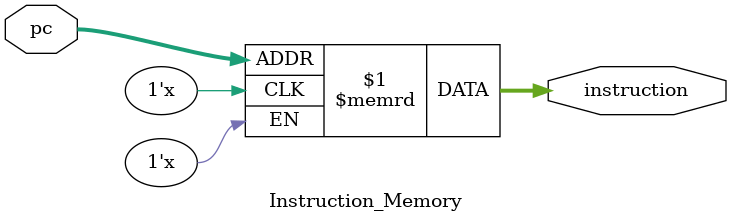
<source format=v>
module Instruction_Memory(pc,instruction);
input [4:0]pc;
output [15:0]instruction;

 reg [15:0] memory [29:0];
 assign instruction=memory[pc];
endmodule
</source>
